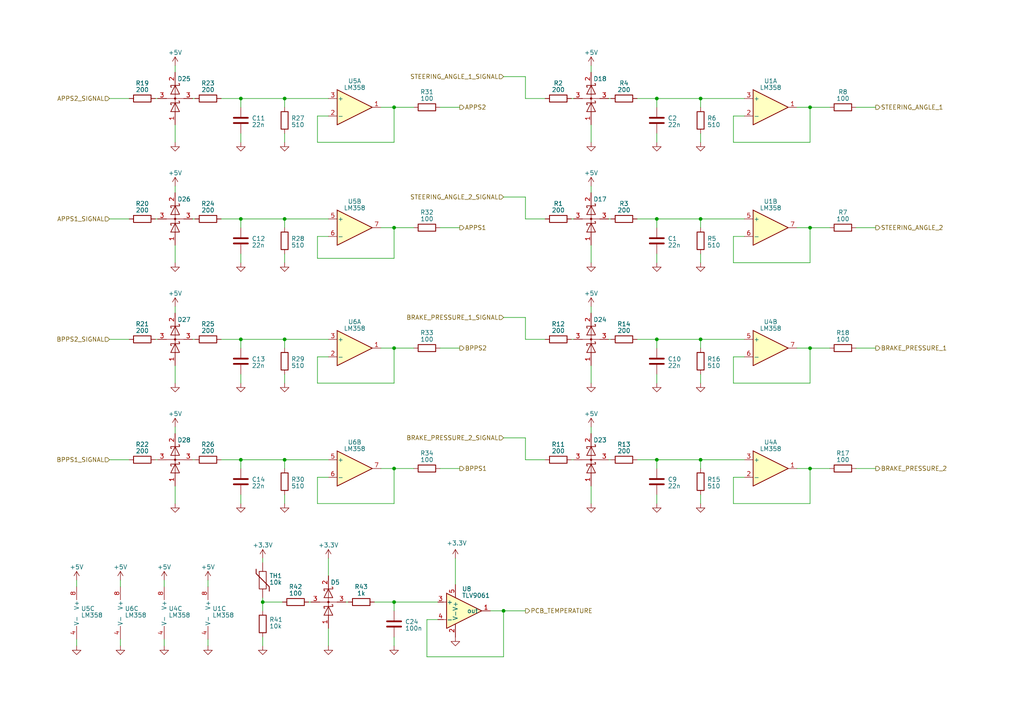
<source format=kicad_sch>
(kicad_sch (version 20230121) (generator eeschema)
  (paper "A4")
  (title_block (title "DRIVER CONTROL UNIT (DCU)") (rev "2.0") (company "KTH FORMULA STUDENT") (comment 1 "DeV17") (comment 2 "JOACHIM LARSSON") (comment 3 "JOACLA@KTH.SE"))
  (lib_symbols
    (symbol "Amplifier_Operational:LM358" (pin_names (offset 0.127))
      (property "Reference" "U" (at 0 5.08 0))
      (property "Value" "LM358" (at 0 -5.08 0))
      (symbol "LM358_1_1"
        (polyline (pts (xy -5.08 5.08) (xy 5.08 0) (xy -5.08 -5.08) (xy -5.08 5.08)) (stroke (width 0.254)) (fill (type background)))
        (pin output line (at 7.62 0 180) (length 2.54) (name "~") (number "1"))
        (pin input line (at -7.62 -2.54 0) (length 2.54) (name "-") (number "2"))
        (pin input line (at -7.62 2.54 0) (length 2.54) (name "+") (number "3"))
      )
      (symbol "LM358_2_1"
        (polyline (pts (xy -5.08 5.08) (xy 5.08 0) (xy -5.08 -5.08) (xy -5.08 5.08)) (stroke (width 0.254)) (fill (type background)))
        (pin input line (at -7.62 2.54 0) (length 2.54) (name "+") (number "5"))
        (pin input line (at -7.62 -2.54 0) (length 2.54) (name "-") (number "6"))
        (pin output line (at 7.62 0 180) (length 2.54) (name "~") (number "7"))
      )
      (symbol "LM358_3_1"
        (pin power_in line (at -2.54 -7.62 90) (length 3.81) (name "V-") (number "4"))
        (pin power_in line (at -2.54 7.62 270) (length 3.81) (name "V+") (number "8"))
      )
    )
    (symbol "Device:C" (pin_numbers hide) (pin_names (offset 0.254))
      (property "Reference" "C" (at 0.635 2.54 0))
      (property "Value" "C" (at 0.635 -2.54 0))
      (symbol "C_0_1"
        (polyline (pts (xy -2.032 -0.762) (xy 2.032 -0.762)) (stroke (width 0.508)))
        (polyline (pts (xy -2.032 0.762) (xy 2.032 0.762)) (stroke (width 0.508)))
      )
      (symbol "C_1_1"
        (pin passive line (at 0 3.81 270) (length 2.794) (name "~") (number "1"))
        (pin passive line (at 0 -3.81 90) (length 2.794) (name "~") (number "2"))
      )
    )
    (symbol "Device:R" (pin_numbers hide) (pin_names (offset 0))
      (property "Reference" "R" (at 2.032 0 90))
      (property "Value" "R" (at 0 0 90))
      (symbol "R_0_1"
        (rectangle (start -1.016 -2.54) (end 1.016 2.54) (stroke (width 0.254)))
      )
      (symbol "R_1_1"
        (pin passive line (at 0 3.81 270) (length 1.27) (name "~") (number "1"))
        (pin passive line (at 0 -3.81 90) (length 1.27) (name "~") (number "2"))
      )
    )
    (symbol "Device:Thermistor" (pin_numbers hide) (pin_names (offset 0))
      (property "Reference" "TH" (at 2.54 1.27 90))
      (property "Value" "Thermistor" (at -2.54 0 90))
      (symbol "Thermistor_0_1"
        (rectangle (start -1.016 2.54) (end 1.016 -2.54) (stroke (width 0.2032)))
        (polyline (pts (xy -1.905 3.175) (xy -1.905 1.905) (xy 1.905 -1.905) (xy 1.905 -3.175) (xy 1.905 -3.175)) (stroke (width 0.254)))
      )
      (symbol "Thermistor_1_1"
        (pin passive line (at 0 5.08 270) (length 2.54) (name "~") (number "1"))
        (pin passive line (at 0 -5.08 90) (length 2.54) (name "~") (number "2"))
      )
    )
    (symbol "KTHFS:D_Schottky_x2_Serial_AKC" (pin_names (offset 0.762) hide)
      (property "Reference" "D" (at 2.54 1.27 90))
      (property "Value" "D_Schottky_x2_Serial_AKC" (at -2.54 0 90))
      (symbol "D_Schottky_x2_Serial_AKC_0_1"
        (polyline (pts (xy 0 -3.81) (xy 0 3.81)))
        (polyline (pts (xy 0 0) (xy 2.54 0)))
        (polyline (pts (xy 0 6.35) (xy 0 7.62)))
        (polyline (pts (xy -1.27 3.81) (xy 1.27 3.81) (xy 1.27 3.81)) (stroke (width 0.2032)))
        (polyline (pts (xy 1.27 -1.27) (xy -1.27 -1.27) (xy -1.27 -1.27)) (stroke (width 0.2032)))
        (polyline (pts (xy -1.27 3.81) (xy -1.27 3.302) (xy -1.016 3.302) (xy -1.016 3.302)) (stroke (width 0.2032)))
        (polyline (pts (xy 1.27 -1.27) (xy 1.27 -0.762) (xy 1.016 -0.762) (xy 1.016 -0.762)) (stroke (width 0.2032)))
        (polyline (pts (xy 1.27 3.81) (xy 1.27 4.318) (xy 1.016 4.318) (xy 1.016 4.318)) (stroke (width 0.2032)))
        (polyline (pts (xy -1.016 -1.778) (xy -1.27 -1.778) (xy -1.27 -1.27) (xy -1.27 -1.27) (xy -1.27 -1.27)) (stroke (width 0.2032)))
        (polyline (pts (xy -1.27 -3.81) (xy 0 -1.27) (xy 1.27 -3.81) (xy -1.27 -3.81) (xy -1.27 -3.81) (xy -1.27 -3.81)) (stroke (width 0.2032)))
        (polyline (pts (xy -1.27 1.27) (xy 0 3.81) (xy 1.27 1.27) (xy -1.27 1.27) (xy -1.27 1.27) (xy -1.27 1.27)) (stroke (width 0.2032)))
        (circle (center 0 0) (radius 0.254) (fill (type outline)))
        (pin passive line (at 0 -7.62 90) (length 3.81) (name "A") (number "1"))
        (pin passive line (at 0 7.62 270) (length 3.81) (name "K") (number "2"))
        (pin passive line (at 5.08 0 180) (length 2.54) (name "common") (number "3"))
      )
      (symbol "D_Schottky_x2_Serial_AKC_1_1"
        (polyline (pts (xy 0 0) (xy -2.54 0)))
        (pin passive line (at -5.08 0 0) (length 2.54) (name "common") (number "3"))
      )
    )
    (symbol "KTHFS:TLV9061" (pin_names (offset 1.016))
      (property "Reference" "U" (at -3.556 -2.286 0))
      (property "Value" "TLV9061" (at -3.556 -4.064 0))
      (symbol "TLV9061_0_1"
        (polyline (pts (xy -13.716 -11.43) (xy -12.827 -11.43)))
        (polyline (pts (xy -13.716 -6.35) (xy -12.827 -6.35) (xy -12.7 -6.35)))
      )
      (symbol "TLV9061_1_1"
        (polyline (pts (xy -12.7 -3.81) (xy -2.54 -8.89) (xy -12.7 -13.97) (xy -12.7 -3.81)) (stroke (width 0.254)) (fill (type background)))
        (pin output line (at 0 -8.89 180) (length 2.54) (name "out") (number "1"))
        (pin power_in line (at -10.16 -16.51 90) (length 3.81) (name "V-") (number "2"))
        (pin input line (at -15.24 -6.35 0) (length 1.5494) (name "+") (number "3"))
        (pin input line (at -15.24 -11.43 0) (length 1.5494) (name "-") (number "4"))
        (pin power_in line (at -10.16 -1.27 270) (length 3.81) (name "V+") (number "5"))
      )
    )
    (symbol "power:+3.3V" (power) (pin_names (offset 0))
      (property "Value" "+3.3V" (at 0 3.556 0))
      (symbol "+3.3V_0_1"
        (polyline (pts (xy -0.762 1.27) (xy 0 2.54)))
        (polyline (pts (xy 0 0) (xy 0 2.54)))
        (polyline (pts (xy 0 2.54) (xy 0.762 1.27)))
      )
      (symbol "+3.3V_1_1"
        (pin power_in line (at 0 0 90) (length 0) hide (name "+3.3V") (number "1"))
      )
    )
    (symbol "power:+5V" (power) (pin_names (offset 0))
      (property "Value" "+5V" (at 0 3.556 0))
      (symbol "+5V_0_1"
        (polyline (pts (xy -0.762 1.27) (xy 0 2.54)))
        (polyline (pts (xy 0 0) (xy 0 2.54)))
        (polyline (pts (xy 0 2.54) (xy 0.762 1.27)))
      )
      (symbol "+5V_1_1"
        (pin power_in line (at 0 0 90) (length 0) hide (name "+5V") (number "1"))
      )
    )
    (symbol "power:GND" (power) (pin_names (offset 0))
      (property "Value" "GND" (at 0 -3.81 0))
      (symbol "GND_0_1"
        (polyline (pts (xy 0 0) (xy 0 -1.27) (xy 1.27 -1.27) (xy 0 -2.54) (xy -1.27 -1.27) (xy 0 -1.27)))
      )
      (symbol "GND_1_1"
        (pin power_in line (at 0 0 270) (length 0) hide (name "GND") (number "1"))
      )
    )
  )
  (junction (at 114.3 174.625))
  (junction (at 203.2 63.5))
  (junction (at 114.3 135.89))
  (junction (at 114.3 100.965))
  (junction (at 114.3 31.115))
  (junction (at 69.85 133.35))
  (junction (at 82.55 63.5))
  (junction (at 190.5 98.425))
  (junction (at 190.5 63.5))
  (junction (at 234.95 31.115))
  (junction (at 203.2 133.35))
  (junction (at 69.85 98.425))
  (junction (at 203.2 28.575))
  (junction (at 69.85 63.5))
  (junction (at 114.3 66.04))
  (junction (at 190.5 28.575))
  (junction (at 190.5 133.35))
  (junction (at 234.95 135.89))
  (junction (at 82.55 28.575))
  (junction (at 82.55 98.425))
  (junction (at 234.95 100.965))
  (junction (at 146.05 177.165))
  (junction (at 234.95 66.04))
  (junction (at 76.2 174.625))
  (junction (at 203.2 98.425))
  (junction (at 82.55 133.35))
  (junction (at 69.85 28.575))
  (wire (pts (xy 95.25 103.505) (xy 92.075 103.505)))
  (wire (pts (xy 37.465 28.575) (xy 31.75 28.575)))
  (wire (pts (xy 76.2 174.625) (xy 81.915 174.625)))
  (wire (pts (xy 190.5 38.735) (xy 190.5 41.275)))
  (wire (pts (xy 69.85 38.735) (xy 69.85 41.275)))
  (wire (pts (xy 146.05 57.15) (xy 152.4 57.15)))
  (wire (pts (xy 82.55 28.575) (xy 82.55 31.115)))
  (wire (pts (xy 114.3 74.93) (xy 114.3 66.04)))
  (wire (pts (xy 114.3 177.165) (xy 114.3 174.625)))
  (wire (pts (xy 171.45 71.12) (xy 171.45 76.2)))
  (wire (pts (xy 114.3 100.965) (xy 110.49 100.965)))
  (wire (pts (xy 215.9 98.425) (xy 203.2 98.425)))
  (wire (pts (xy 76.2 184.785) (xy 76.2 187.325)))
  (wire (pts (xy 152.4 22.225) (xy 146.05 22.225)))
  (wire (pts (xy 82.55 133.35) (xy 69.85 133.35)))
  (wire (pts (xy 92.075 111.125) (xy 114.3 111.125)))
  (wire (pts (xy 127.635 100.965) (xy 133.35 100.965)))
  (wire (pts (xy 215.9 68.58) (xy 212.725 68.58)))
  (wire (pts (xy 176.53 28.575) (xy 177.165 28.575)))
  (wire (pts (xy 127 179.705) (xy 123.825 179.705)))
  (wire (pts (xy 22.225 170.18) (xy 22.225 168.275)))
  (wire (pts (xy 146.05 92.075) (xy 152.4 92.075)))
  (wire (pts (xy 69.85 63.5) (xy 64.135 63.5)))
  (wire (pts (xy 95.25 98.425) (xy 82.55 98.425)))
  (wire (pts (xy 190.5 98.425) (xy 190.5 100.965)))
  (wire (pts (xy 234.95 146.05) (xy 234.95 135.89)))
  (wire (pts (xy 120.015 31.115) (xy 114.3 31.115)))
  (wire (pts (xy 92.075 74.93) (xy 114.3 74.93)))
  (wire (pts (xy 212.725 76.2) (xy 234.95 76.2)))
  (wire (pts (xy 114.3 100.965) (xy 120.015 100.965)))
  (wire (pts (xy 171.45 20.955) (xy 171.45 19.05)))
  (wire (pts (xy 215.9 133.35) (xy 203.2 133.35)))
  (wire (pts (xy 152.4 28.575) (xy 158.115 28.575)))
  (wire (pts (xy 171.45 36.195) (xy 171.45 41.275)))
  (wire (pts (xy 234.95 111.125) (xy 234.95 100.965)))
  (wire (pts (xy 190.5 133.35) (xy 184.785 133.35)))
  (wire (pts (xy 212.725 41.275) (xy 234.95 41.275)))
  (wire (pts (xy 82.55 63.5) (xy 82.55 66.04)))
  (wire (pts (xy 31.75 98.425) (xy 37.465 98.425)))
  (wire (pts (xy 215.9 103.505) (xy 212.725 103.505)))
  (wire (pts (xy 203.2 100.965) (xy 203.2 98.425)))
  (wire (pts (xy 133.35 31.115) (xy 127.635 31.115)))
  (wire (pts (xy 114.3 31.115) (xy 110.49 31.115)))
  (wire (pts (xy 50.8 111.125) (xy 50.8 106.045)))
  (wire (pts (xy 50.8 146.05) (xy 50.8 140.97)))
  (wire (pts (xy 55.88 28.575) (xy 56.515 28.575)))
  (wire (pts (xy 56.515 98.425) (xy 55.88 98.425)))
  (wire (pts (xy 100.965 174.625) (xy 100.33 174.625)))
  (wire (pts (xy 114.3 41.275) (xy 114.3 31.115)))
  (wire (pts (xy 76.2 173.355) (xy 76.2 174.625)))
  (wire (pts (xy 240.665 66.04) (xy 234.95 66.04)))
  (wire (pts (xy 133.35 66.04) (xy 127.635 66.04)))
  (wire (pts (xy 158.115 98.425) (xy 152.4 98.425)))
  (wire (pts (xy 177.165 133.35) (xy 176.53 133.35)))
  (wire (pts (xy 254 66.04) (xy 248.285 66.04)))
  (wire (pts (xy 132.08 161.925) (xy 132.08 169.545)))
  (wire (pts (xy 50.8 76.2) (xy 50.8 71.12)))
  (wire (pts (xy 212.725 33.655) (xy 212.725 41.275)))
  (wire (pts (xy 69.85 135.89) (xy 69.85 133.35)))
  (wire (pts (xy 82.55 41.275) (xy 82.55 38.735)))
  (wire (pts (xy 212.725 68.58) (xy 212.725 76.2)))
  (wire (pts (xy 203.2 108.585) (xy 203.2 111.125)))
  (wire (pts (xy 82.55 135.89) (xy 82.55 133.35)))
  (wire (pts (xy 69.85 28.575) (xy 82.55 28.575)))
  (wire (pts (xy 56.515 63.5) (xy 55.88 63.5)))
  (wire (pts (xy 176.53 98.425) (xy 177.165 98.425)))
  (wire (pts (xy 203.2 66.04) (xy 203.2 63.5)))
  (wire (pts (xy 95.25 68.58) (xy 92.075 68.58)))
  (wire (pts (xy 50.8 125.73) (xy 50.8 123.825)))
  (wire (pts (xy 215.9 138.43) (xy 212.725 138.43)))
  (wire (pts (xy 95.25 138.43) (xy 92.075 138.43)))
  (wire (pts (xy 190.5 63.5) (xy 190.5 66.04)))
  (wire (pts (xy 171.45 106.045) (xy 171.45 111.125)))
  (wire (pts (xy 171.45 90.805) (xy 171.45 88.9)))
  (wire (pts (xy 69.85 133.35) (xy 64.135 133.35)))
  (wire (pts (xy 45.72 28.575) (xy 45.085 28.575)))
  (wire (pts (xy 152.4 92.075) (xy 152.4 98.425)))
  (wire (pts (xy 152.4 127) (xy 146.05 127)))
  (wire (pts (xy 45.085 63.5) (xy 45.72 63.5)))
  (wire (pts (xy 234.95 100.965) (xy 231.14 100.965)))
  (wire (pts (xy 114.3 146.05) (xy 114.3 135.89)))
  (wire (pts (xy 190.5 28.575) (xy 190.5 31.115)))
  (wire (pts (xy 92.075 68.58) (xy 92.075 74.93)))
  (wire (pts (xy 92.075 103.505) (xy 92.075 111.125)))
  (wire (pts (xy 95.25 63.5) (xy 82.55 63.5)))
  (wire (pts (xy 203.2 73.66) (xy 203.2 76.2)))
  (wire (pts (xy 184.785 28.575) (xy 190.5 28.575)))
  (wire (pts (xy 95.25 33.655) (xy 92.075 33.655)))
  (wire (pts (xy 190.5 108.585) (xy 190.5 111.125)))
  (wire (pts (xy 176.53 63.5) (xy 177.165 63.5)))
  (wire (pts (xy 215.9 28.575) (xy 203.2 28.575)))
  (wire (pts (xy 152.4 57.15) (xy 152.4 63.5)))
  (wire (pts (xy 190.5 28.575) (xy 203.2 28.575)))
  (wire (pts (xy 114.3 187.325) (xy 114.3 184.785)))
  (wire (pts (xy 215.9 63.5) (xy 203.2 63.5)))
  (wire (pts (xy 171.45 123.825) (xy 171.45 125.73)))
  (wire (pts (xy 95.25 161.925) (xy 95.25 167.005)))
  (wire (pts (xy 114.3 111.125) (xy 114.3 100.965)))
  (wire (pts (xy 212.725 146.05) (xy 234.95 146.05)))
  (wire (pts (xy 203.2 63.5) (xy 190.5 63.5)))
  (wire (pts (xy 92.075 138.43) (xy 92.075 146.05)))
  (wire (pts (xy 171.45 55.88) (xy 171.45 53.975)))
  (wire (pts (xy 190.5 73.66) (xy 190.5 76.2)))
  (wire (pts (xy 190.5 146.05) (xy 190.5 143.51)))
  (wire (pts (xy 234.95 31.115) (xy 231.14 31.115)))
  (wire (pts (xy 203.2 133.35) (xy 190.5 133.35)))
  (wire (pts (xy 215.9 33.655) (xy 212.725 33.655)))
  (wire (pts (xy 114.3 135.89) (xy 110.49 135.89)))
  (wire (pts (xy 142.24 177.165) (xy 146.05 177.165)))
  (wire (pts (xy 127 174.625) (xy 114.3 174.625)))
  (wire (pts (xy 47.625 187.325) (xy 47.625 185.42)))
  (wire (pts (xy 69.85 100.965) (xy 69.85 98.425)))
  (wire (pts (xy 69.85 66.04) (xy 69.85 63.5)))
  (wire (pts (xy 76.2 174.625) (xy 76.2 177.165)))
  (wire (pts (xy 110.49 66.04) (xy 114.3 66.04)))
  (wire (pts (xy 152.4 63.5) (xy 158.115 63.5)))
  (wire (pts (xy 212.725 103.505) (xy 212.725 111.125)))
  (wire (pts (xy 69.85 98.425) (xy 82.55 98.425)))
  (wire (pts (xy 203.2 133.35) (xy 203.2 135.89)))
  (wire (pts (xy 123.825 179.705) (xy 123.825 190.5)))
  (wire (pts (xy 55.88 133.35) (xy 56.515 133.35)))
  (wire (pts (xy 166.37 98.425) (xy 165.735 98.425)))
  (wire (pts (xy 240.665 31.115) (xy 234.95 31.115)))
  (wire (pts (xy 120.015 135.89) (xy 114.3 135.89)))
  (wire (pts (xy 31.75 63.5) (xy 37.465 63.5)))
  (wire (pts (xy 190.5 133.35) (xy 190.5 135.89)))
  (wire (pts (xy 69.85 146.05) (xy 69.85 143.51)))
  (wire (pts (xy 82.55 108.585) (xy 82.55 111.125)))
  (wire (pts (xy 254 100.965) (xy 248.285 100.965)))
  (wire (pts (xy 158.115 133.35) (xy 152.4 133.35)))
  (wire (pts (xy 69.85 98.425) (xy 64.135 98.425)))
  (wire (pts (xy 152.4 177.165) (xy 146.05 177.165)))
  (wire (pts (xy 92.075 41.275) (xy 114.3 41.275)))
  (wire (pts (xy 82.55 133.35) (xy 95.25 133.35)))
  (wire (pts (xy 184.785 63.5) (xy 190.5 63.5)))
  (wire (pts (xy 22.225 187.325) (xy 22.225 185.42)))
  (wire (pts (xy 212.725 111.125) (xy 234.95 111.125)))
  (wire (pts (xy 234.95 76.2) (xy 234.95 66.04)))
  (wire (pts (xy 37.465 133.35) (xy 31.75 133.35)))
  (wire (pts (xy 133.35 135.89) (xy 127.635 135.89)))
  (wire (pts (xy 95.25 187.325) (xy 95.25 182.245)))
  (wire (pts (xy 203.2 146.05) (xy 203.2 143.51)))
  (wire (pts (xy 82.55 76.2) (xy 82.55 73.66)))
  (wire (pts (xy 82.55 146.05) (xy 82.55 143.51)))
  (wire (pts (xy 234.95 66.04) (xy 231.14 66.04)))
  (wire (pts (xy 50.8 90.805) (xy 50.8 88.9)))
  (wire (pts (xy 69.85 63.5) (xy 82.55 63.5)))
  (wire (pts (xy 92.075 33.655) (xy 92.075 41.275)))
  (wire (pts (xy 60.325 187.325) (xy 60.325 185.42)))
  (wire (pts (xy 69.85 76.2) (xy 69.85 73.66)))
  (wire (pts (xy 47.625 170.18) (xy 47.625 168.275)))
  (wire (pts (xy 90.17 174.625) (xy 89.535 174.625)))
  (wire (pts (xy 123.825 190.5) (xy 146.05 190.5)))
  (wire (pts (xy 76.2 163.195) (xy 76.2 161.925)))
  (wire (pts (xy 45.72 98.425) (xy 45.085 98.425)))
  (wire (pts (xy 184.785 98.425) (xy 190.5 98.425)))
  (wire (pts (xy 114.3 174.625) (xy 108.585 174.625)))
  (wire (pts (xy 95.25 28.575) (xy 82.55 28.575)))
  (wire (pts (xy 165.735 28.575) (xy 166.37 28.575)))
  (wire (pts (xy 166.37 133.35) (xy 165.735 133.35)))
  (wire (pts (xy 34.925 170.18) (xy 34.925 168.275)))
  (wire (pts (xy 69.85 31.115) (xy 69.85 28.575)))
  (wire (pts (xy 248.285 31.115) (xy 254 31.115)))
  (wire (pts (xy 165.735 63.5) (xy 166.37 63.5)))
  (wire (pts (xy 92.075 146.05) (xy 114.3 146.05)))
  (wire (pts (xy 60.325 170.18) (xy 60.325 168.275)))
  (wire (pts (xy 69.85 28.575) (xy 64.135 28.575)))
  (wire (pts (xy 203.2 28.575) (xy 203.2 31.115)))
  (wire (pts (xy 50.8 55.88) (xy 50.8 53.975)))
  (wire (pts (xy 234.95 41.275) (xy 234.95 31.115)))
  (wire (pts (xy 203.2 38.735) (xy 203.2 41.275)))
  (wire (pts (xy 114.3 66.04) (xy 120.015 66.04)))
  (wire (pts (xy 240.665 100.965) (xy 234.95 100.965)))
  (wire (pts (xy 234.95 135.89) (xy 240.665 135.89)))
  (wire (pts (xy 45.085 133.35) (xy 45.72 133.35)))
  (wire (pts (xy 34.925 185.42) (xy 34.925 187.325)))
  (wire (pts (xy 171.45 140.97) (xy 171.45 146.05)))
  (wire (pts (xy 248.285 135.89) (xy 254 135.89)))
  (wire (pts (xy 146.05 177.165) (xy 146.05 190.5)))
  (wire (pts (xy 212.725 138.43) (xy 212.725 146.05)))
  (wire (pts (xy 50.8 36.195) (xy 50.8 41.275)))
  (wire (pts (xy 152.4 28.575) (xy 152.4 22.225)))
  (wire (pts (xy 231.14 135.89) (xy 234.95 135.89)))
  (wire (pts (xy 82.55 98.425) (xy 82.55 100.965)))
  (wire (pts (xy 203.2 98.425) (xy 190.5 98.425)))
  (wire (pts (xy 152.4 133.35) (xy 152.4 127)))
  (wire (pts (xy 69.85 108.585) (xy 69.85 111.125)))
  (wire (pts (xy 50.8 20.955) (xy 50.8 19.05)))
  (hierarchical_label "BPPS2" (shape output) (at 133.35 100.965 0))
  (hierarchical_label "APPS1_SIGNAL" (shape input) (at 31.75 63.5 180))
  (hierarchical_label "BRAKE_PRESSURE_1" (shape output) (at 254 100.965 0))
  (hierarchical_label "PCB_TEMPERATURE" (shape output) (at 152.4 177.165 0))
  (hierarchical_label "BRAKE_PRESSURE_2_SIGNAL" (shape input) (at 146.05 127 180))
  (hierarchical_label "APPS1" (shape output) (at 133.35 66.04 0))
  (hierarchical_label "STEERING_ANGLE_1_SIGNAL" (shape input) (at 146.05 22.225 180))
  (hierarchical_label "APPS2_SIGNAL" (shape input) (at 31.75 28.575 180))
  (hierarchical_label "STEERING_ANGLE_2" (shape output) (at 254 66.04 0))
  (hierarchical_label "BRAKE_PRESSURE_2" (shape output) (at 254 135.89 0))
  (hierarchical_label "BPPS2_SIGNAL" (shape input) (at 31.75 98.425 180))
  (hierarchical_label "BRAKE_PRESSURE_1_SIGNAL" (shape input) (at 146.05 92.075 180))
  (hierarchical_label "STEERING_ANGLE_2_SIGNAL" (shape input) (at 146.05 57.15 180))
  (hierarchical_label "STEERING_ANGLE_1" (shape output) (at 254 31.115 0))
  (hierarchical_label "BPPS1" (shape output) (at 133.35 135.89 0))
  (hierarchical_label "APPS2" (shape output) (at 133.35 31.115 0))
  (hierarchical_label "BPPS1_SIGNAL" (shape input) (at 31.75 133.35 180))
  (symbol (lib_id "Device:R") (at 41.275 28.575 270) (unit 1)
    (property "Reference" "R19" (at 41.275 24.13 90))
    (property "Value" "200" (at 41.275 26.035 90))
    (property "Footprint" "Resistor_SMD:R_0603_1608Metric" (effects hide))
  )
  (symbol (lib_id "power:GND") (at 50.8 41.275 0) (unit 1)
    (property "Reference" "#PWR060" (effects hide))
    (property "Value" "GND" (effects hide))
  )
  (symbol (lib_id "power:+5V") (at 50.8 19.05 0) (unit 1)
    (property "Reference" "#PWR059" (effects hide))
    (property "Value" "+5V" (at 50.8 15.24 0))
  )
  (symbol (lib_id "Device:R") (at 60.325 28.575 270) (unit 1)
    (property "Reference" "R23" (at 60.325 24.13 90))
    (property "Value" "200" (at 60.325 26.035 90))
    (property "Footprint" "Resistor_SMD:R_0603_1608Metric" (effects hide))
  )
  (symbol (lib_id "Device:C") (at 69.85 34.925 0) (unit 1)
    (property "Reference" "C11" (at 73.025 34.29 0) (effects (justify left)))
    (property "Value" "22n" (at 73.025 36.195 0) (effects (justify left)))
    (property "Footprint" "Capacitor_SMD:C_0603_1608Metric" (effects hide))
  )
  (symbol (lib_id "Device:R") (at 82.55 34.925 0) (unit 1)
    (property "Reference" "R27" (at 84.455 34.29 0) (effects (justify left)))
    (property "Value" "510" (at 84.455 36.195 0) (effects (justify left)))
    (property "Footprint" "Resistor_SMD:R_0603_1608Metric" (effects hide))
  )
  (symbol (lib_id "Amplifier_Operational:LM358") (at 102.87 31.115 0) (unit 1)
    (property "Reference" "U5" (at 102.87 23.495 0))
    (property "Value" "LM358" (at 102.87 25.4 0))
    (property "Footprint" "Package_SO:SOIC-8_3.9x4.9mm_P1.27mm" (effects hide))
    (property "Datasheet" "http://www.ti.com/lit/ds/symlink/lm2904-n.pdf" (effects hide))
  )
  (symbol (lib_id "Amplifier_Operational:LM358") (at 102.87 66.04 0) (unit 2)
    (property "Reference" "U5" (at 102.87 58.42 0))
    (property "Value" "LM358" (at 102.87 60.325 0))
    (property "Footprint" "Package_SO:SOIC-8_3.9x4.9mm_P1.27mm" (effects hide))
    (property "Datasheet" "http://www.ti.com/lit/ds/symlink/lm2904-n.pdf" (effects hide))
  )
  (symbol (lib_id "Device:R") (at 41.275 63.5 270) (unit 1)
    (property "Reference" "R20" (at 41.275 59.055 90))
    (property "Value" "200" (at 41.275 60.96 90))
    (property "Footprint" "Resistor_SMD:R_0603_1608Metric" (effects hide))
  )
  (symbol (lib_id "power:GND") (at 69.85 76.2 0) (unit 1)
    (property "Reference" "#PWR062" (effects hide))
    (property "Value" "GND" (effects hide))
  )
  (symbol (lib_id "power:+5V") (at 50.8 53.975 0) (unit 1)
    (property "Reference" "#PWR061" (effects hide))
    (property "Value" "+5V" (at 50.8 50.165 0))
  )
  (symbol (lib_id "Device:R") (at 60.325 63.5 270) (unit 1)
    (property "Reference" "R24" (at 60.325 59.055 90))
    (property "Value" "200" (at 60.325 60.96 90))
    (property "Footprint" "Resistor_SMD:R_0603_1608Metric" (effects hide))
  )
  (symbol (lib_id "Device:C") (at 69.85 69.85 0) (unit 1)
    (property "Reference" "C12" (at 73.025 69.215 0) (effects (justify left)))
    (property "Value" "22n" (at 73.025 71.12 0) (effects (justify left)))
    (property "Footprint" "Capacitor_SMD:C_0603_1608Metric" (effects hide))
  )
  (symbol (lib_id "Device:R") (at 82.55 69.85 0) (unit 1)
    (property "Reference" "R28" (at 84.455 69.215 0) (effects (justify left)))
    (property "Value" "510" (at 84.455 71.12 0) (effects (justify left)))
    (property "Footprint" "Resistor_SMD:R_0603_1608Metric" (effects hide))
  )
  (symbol (lib_id "Device:R") (at 123.825 31.115 270) (unit 1)
    (property "Reference" "R31" (at 123.825 26.67 90))
    (property "Value" "100" (at 123.825 28.575 90))
    (property "Footprint" "Resistor_SMD:R_0603_1608Metric" (effects hide))
  )
  (symbol (lib_id "Device:R") (at 123.825 66.04 270) (unit 1)
    (property "Reference" "R32" (at 123.825 61.595 90))
    (property "Value" "100" (at 123.825 63.5 90))
    (property "Footprint" "Resistor_SMD:R_0603_1608Metric" (effects hide))
  )
  (symbol (lib_id "Device:R") (at 41.275 98.425 270) (unit 1)
    (property "Reference" "R21" (at 41.275 93.98 90))
    (property "Value" "200" (at 41.275 95.885 90))
    (property "Footprint" "Resistor_SMD:R_0603_1608Metric" (effects hide))
  )
  (symbol (lib_id "power:GND") (at 50.8 111.125 0) (unit 1)
    (property "Reference" "#PWR064" (effects hide))
    (property "Value" "GND" (effects hide))
  )
  (symbol (lib_id "power:+5V") (at 50.8 88.9 0) (unit 1)
    (property "Reference" "#PWR063" (effects hide))
    (property "Value" "+5V" (at 50.8 85.09 0))
  )
  (symbol (lib_id "Device:R") (at 60.325 98.425 270) (unit 1)
    (property "Reference" "R25" (at 60.325 93.98 90))
    (property "Value" "200" (at 60.325 95.885 90))
    (property "Footprint" "Resistor_SMD:R_0603_1608Metric" (effects hide))
  )
  (symbol (lib_id "Device:C") (at 69.85 104.775 0) (unit 1)
    (property "Reference" "C13" (at 73.025 104.14 0) (effects (justify left)))
    (property "Value" "22n" (at 73.025 106.045 0) (effects (justify left)))
    (property "Footprint" "Capacitor_SMD:C_0603_1608Metric" (effects hide))
  )
  (symbol (lib_id "Device:R") (at 82.55 104.775 0) (unit 1)
    (property "Reference" "R29" (at 84.455 104.14 0) (effects (justify left)))
    (property "Value" "510" (at 84.455 106.045 0) (effects (justify left)))
    (property "Footprint" "Resistor_SMD:R_0603_1608Metric" (effects hide))
  )
  (symbol (lib_id "Amplifier_Operational:LM358") (at 102.87 100.965 0) (unit 1)
    (property "Reference" "U6" (at 102.87 93.345 0))
    (property "Value" "LM358" (at 102.87 95.25 0))
    (property "Footprint" "Package_SO:SOIC-8_3.9x4.9mm_P1.27mm" (effects hide))
    (property "Datasheet" "http://www.ti.com/lit/ds/symlink/lm2904-n.pdf" (effects hide))
  )
  (symbol (lib_id "Amplifier_Operational:LM358") (at 102.87 135.89 0) (unit 2)
    (property "Reference" "U6" (at 102.87 128.27 0))
    (property "Value" "LM358" (at 102.87 130.175 0))
    (property "Footprint" "Package_SO:SOIC-8_3.9x4.9mm_P1.27mm" (effects hide))
    (property "Datasheet" "http://www.ti.com/lit/ds/symlink/lm2904-n.pdf" (effects hide))
  )
  (symbol (lib_id "Amplifier_Operational:LM358") (at 24.765 177.8 0) (unit 3)
    (property "Reference" "U5" (at 23.495 176.53 0) (effects (justify left)))
    (property "Value" "LM358" (at 23.495 178.435 0) (effects (justify left)))
    (property "Footprint" "Package_SO:SOIC-8_3.9x4.9mm_P1.27mm" (effects hide))
    (property "Datasheet" "http://www.ti.com/lit/ds/symlink/lm2904-n.pdf" (effects hide))
  )
  (symbol (lib_id "Device:R") (at 41.275 133.35 270) (unit 1)
    (property "Reference" "R22" (at 41.275 128.905 90))
    (property "Value" "200" (at 41.275 130.81 90))
    (property "Footprint" "Resistor_SMD:R_0603_1608Metric" (effects hide))
  )
  (symbol (lib_id "power:GND") (at 50.8 146.05 0) (unit 1)
    (property "Reference" "#PWR066" (effects hide))
    (property "Value" "GND" (effects hide))
  )
  (symbol (lib_id "power:+5V") (at 50.8 123.825 0) (unit 1)
    (property "Reference" "#PWR065" (effects hide))
    (property "Value" "+5V" (at 50.8 120.015 0))
  )
  (symbol (lib_id "Device:R") (at 60.325 133.35 270) (unit 1)
    (property "Reference" "R26" (at 60.325 128.905 90))
    (property "Value" "200" (at 60.325 130.81 90))
    (property "Footprint" "Resistor_SMD:R_0603_1608Metric" (effects hide))
  )
  (symbol (lib_id "Device:C") (at 69.85 139.7 0) (unit 1)
    (property "Reference" "C14" (at 73.025 139.065 0) (effects (justify left)))
    (property "Value" "22n" (at 73.025 140.97 0) (effects (justify left)))
    (property "Footprint" "Capacitor_SMD:C_0603_1608Metric" (effects hide))
  )
  (symbol (lib_id "Device:R") (at 82.55 139.7 0) (unit 1)
    (property "Reference" "R30" (at 84.455 139.065 0) (effects (justify left)))
    (property "Value" "510" (at 84.455 140.97 0) (effects (justify left)))
    (property "Footprint" "Resistor_SMD:R_0603_1608Metric" (effects hide))
  )
  (symbol (lib_id "Device:R") (at 123.825 100.965 270) (unit 1)
    (property "Reference" "R33" (at 123.825 96.52 90))
    (property "Value" "100" (at 123.825 98.425 90))
    (property "Footprint" "Resistor_SMD:R_0603_1608Metric" (effects hide))
  )
  (symbol (lib_id "Device:R") (at 123.825 135.89 270) (unit 1)
    (property "Reference" "R34" (at 123.825 131.445 90))
    (property "Value" "100" (at 123.825 133.35 90))
    (property "Footprint" "Resistor_SMD:R_0603_1608Metric" (effects hide))
  )
  (symbol (lib_id "Amplifier_Operational:LM358") (at 37.465 177.8 0) (unit 3)
    (property "Reference" "U6" (at 36.195 176.53 0) (effects (justify left)))
    (property "Value" "LM358" (at 36.195 178.435 0) (effects (justify left)))
    (property "Footprint" "Package_SO:SOIC-8_3.9x4.9mm_P1.27mm" (effects hide))
    (property "Datasheet" "http://www.ti.com/lit/ds/symlink/lm2904-n.pdf" (effects hide))
  )
  (symbol (lib_id "power:+5V") (at 22.225 168.275 0) (unit 1)
    (property "Reference" "#PWR071" (effects hide))
    (property "Value" "+5V" (at 22.225 164.465 0))
  )
  (symbol (lib_id "power:+5V") (at 34.925 168.275 0) (unit 1)
    (property "Reference" "#PWR073" (effects hide))
    (property "Value" "+5V" (at 34.925 164.465 0))
  )
  (symbol (lib_id "power:GND") (at 22.225 187.325 0) (unit 1)
    (property "Reference" "#PWR072" (effects hide))
    (property "Value" "GND" (effects hide))
  )
  (symbol (lib_id "power:GND") (at 34.925 187.325 0) (unit 1)
    (property "Reference" "#PWR074" (effects hide))
    (property "Value" "GND" (effects hide))
  )
  (symbol (lib_id "KTHFS:D_Schottky_x2_Serial_AKC") (at 50.8 28.575 0) (unit 1)
    (property "Reference" "D25" (at 51.435 22.86 0) (effects (justify left)))
    (property "Value" "D_Schottky_x2_Serial_AKC" (effects hide))
    (property "Footprint" "Package_TO_SOT_SMD:SOT-23" (effects hide))
  )
  (symbol (lib_id "KTHFS:D_Schottky_x2_Serial_AKC") (at 50.8 63.5 0) (unit 1)
    (property "Reference" "D26" (at 51.435 57.785 0) (effects (justify left)))
    (property "Value" "D_Schottky_x2_Serial_AKC" (effects hide))
    (property "Footprint" "Package_TO_SOT_SMD:SOT-23" (effects hide))
  )
  (symbol (lib_id "KTHFS:D_Schottky_x2_Serial_AKC") (at 50.8 98.425 0) (unit 1)
    (property "Reference" "D27" (at 51.435 92.71 0) (effects (justify left)))
    (property "Value" "D_Schottky_x2_Serial_AKC" (effects hide))
    (property "Footprint" "Package_TO_SOT_SMD:SOT-23" (effects hide))
  )
  (symbol (lib_id "KTHFS:D_Schottky_x2_Serial_AKC") (at 50.8 133.35 0) (unit 1)
    (property "Reference" "D28" (at 51.435 127.635 0) (effects (justify left)))
    (property "Value" "D_Schottky_x2_Serial_AKC" (effects hide))
    (property "Footprint" "Package_TO_SOT_SMD:SOT-23" (effects hide))
  )
  (symbol (lib_id "power:GND") (at 69.85 41.275 0) (unit 1)
    (property "Reference" "#PWR0141" (effects hide))
    (property "Value" "GND" (effects hide))
  )
  (symbol (lib_id "power:GND") (at 82.55 41.275 0) (unit 1)
    (property "Reference" "#PWR0140" (effects hide))
    (property "Value" "GND" (effects hide))
  )
  (symbol (lib_id "power:GND") (at 50.8 76.2 0) (unit 1)
    (property "Reference" "#PWR0109" (effects hide))
    (property "Value" "GND" (effects hide))
  )
  (symbol (lib_id "power:GND") (at 82.55 76.2 0) (unit 1)
    (property "Reference" "#PWR0110" (effects hide))
    (property "Value" "GND" (effects hide))
  )
  (symbol (lib_id "power:GND") (at 69.85 111.125 0) (unit 1)
    (property "Reference" "#PWR0138" (effects hide))
    (property "Value" "GND" (effects hide))
  )
  (symbol (lib_id "power:GND") (at 82.55 111.125 0) (unit 1)
    (property "Reference" "#PWR0137" (effects hide))
    (property "Value" "GND" (effects hide))
  )
  (symbol (lib_id "power:GND") (at 69.85 146.05 0) (unit 1)
    (property "Reference" "#PWR0111" (effects hide))
    (property "Value" "GND" (effects hide))
  )
  (symbol (lib_id "power:GND") (at 82.55 146.05 0) (unit 1)
    (property "Reference" "#PWR0112" (effects hide))
    (property "Value" "GND" (effects hide))
  )
  (symbol (lib_id "Amplifier_Operational:LM358") (at 223.52 66.04 0) (unit 2)
    (property "Reference" "U1" (at 223.52 58.42 0))
    (property "Value" "LM358" (at 223.52 60.325 0))
    (property "Footprint" "Package_SO:SOIC-8_3.9x4.9mm_P1.27mm" (effects hide))
    (property "Datasheet" "http://www.ti.com/lit/ds/symlink/lm2904-n.pdf" (effects hide))
  )
  (symbol (lib_id "KTHFS:D_Schottky_x2_Serial_AKC") (at 171.45 63.5 0) (unit 1)
    (property "Reference" "D17" (at 172.085 57.785 0) (effects (justify left)))
    (property "Value" "D_Schottky_x2_Serial_AKC" (effects hide))
    (property "Footprint" "Package_TO_SOT_SMD:SOT-23" (effects hide))
  )
  (symbol (lib_id "KTHFS:D_Schottky_x2_Serial_AKC") (at 171.45 28.575 0) (unit 1)
    (property "Reference" "D18" (at 172.085 22.86 0) (effects (justify left)))
    (property "Value" "D_Schottky_x2_Serial_AKC" (effects hide))
    (property "Footprint" "Package_TO_SOT_SMD:SOT-23" (effects hide))
  )
  (symbol (lib_id "Device:C") (at 190.5 69.85 0) (unit 1)
    (property "Reference" "C?" (at 193.675 69.215 0) (effects (justify left)))
    (property "Value" "22n" (at 193.675 71.12 0) (effects (justify left)))
    (property "Footprint" "Capacitor_SMD:C_0603_1608Metric" (effects hide))
    (instances (project "DCU" (path "" (reference "C1") (unit 1))))
  )
  (symbol (lib_id "power:+5V") (at 47.625 168.275 0) (unit 1)
    (property "Reference" "#PWR?" (effects hide))
    (property "Value" "+5V" (at 47.625 164.465 0))
    (instances (project "DCU" (path "" (reference "#PWR0116") (unit 1))))
  )
  (symbol (lib_id "Device:R") (at 244.475 66.04 270) (unit 1)
    (property "Reference" "R?" (at 244.475 61.595 90))
    (property "Value" "100" (at 244.475 63.5 90))
    (property "Footprint" "Resistor_SMD:R_0603_1608Metric" (effects hide))
    (instances (project "DCU" (path "" (reference "R7") (unit 1))))
  )
  (symbol (lib_id "Amplifier_Operational:LM358") (at 223.52 31.115 0) (unit 1)
    (property "Reference" "U?" (at 223.52 23.495 0))
    (property "Value" "LM358" (at 223.52 25.4 0))
    (property "Footprint" "Package_SO:SOIC-8_3.9x4.9mm_P1.27mm" (effects hide))
    (property "Datasheet" "http://www.ti.com/lit/ds/symlink/lm2904-n.pdf" (effects hide))
    (instances (project "DCU" (path "" (reference "U1") (unit 1))))
  )
  (symbol (lib_id "Device:R") (at 203.2 69.85 0) (unit 1)
    (property "Reference" "R?" (at 205.105 69.215 0) (effects (justify left)))
    (property "Value" "510" (at 205.105 71.12 0) (effects (justify left)))
    (property "Footprint" "Resistor_SMD:R_0603_1608Metric" (effects hide))
    (instances (project "DCU" (path "" (reference "R5") (unit 1))))
  )
  (symbol (lib_id "Device:R") (at 180.975 63.5 270) (unit 1)
    (property "Reference" "R?" (at 180.975 59.055 90))
    (property "Value" "200" (at 180.975 60.96 90))
    (property "Footprint" "Resistor_SMD:R_0603_1608Metric" (effects hide))
    (instances (project "DCU" (path "" (reference "R3") (unit 1))))
  )
  (symbol (lib_id "Device:R") (at 161.925 63.5 270) (unit 1)
    (property "Reference" "R?" (at 161.925 59.055 90))
    (property "Value" "200" (at 161.925 60.96 90))
    (property "Footprint" "Resistor_SMD:R_0603_1608Metric" (effects hide))
    (instances (project "DCU" (path "" (reference "R1") (unit 1))))
  )
  (symbol (lib_id "Amplifier_Operational:LM358") (at 50.165 177.8 0) (unit 3)
    (property "Reference" "U?" (at 48.895 176.53 0) (effects (justify left)))
    (property "Value" "LM358" (at 48.895 178.435 0) (effects (justify left)))
    (property "Footprint" "Package_SO:SOIC-8_3.9x4.9mm_P1.27mm" (effects hide))
    (property "Datasheet" "http://www.ti.com/lit/ds/symlink/lm2904-n.pdf" (effects hide))
    (instances (project "DCU" (path "" (reference "U4") (unit 3))))
  )
  (symbol (lib_id "Device:C") (at 190.5 34.925 0) (unit 1)
    (property "Reference" "C?" (at 193.675 34.29 0) (effects (justify left)))
    (property "Value" "22n" (at 193.675 36.195 0) (effects (justify left)))
    (property "Footprint" "Capacitor_SMD:C_0603_1608Metric" (effects hide))
    (instances (project "DCU" (path "" (reference "C2") (unit 1))))
  )
  (symbol (lib_id "Device:R") (at 244.475 31.115 270) (unit 1)
    (property "Reference" "R?" (at 244.475 26.67 90))
    (property "Value" "100" (at 244.475 28.575 90))
    (property "Footprint" "Resistor_SMD:R_0603_1608Metric" (effects hide))
    (instances (project "DCU" (path "" (reference "R8") (unit 1))))
  )
  (symbol (lib_id "Device:R") (at 203.2 34.925 0) (unit 1)
    (property "Reference" "R?" (at 205.105 34.29 0) (effects (justify left)))
    (property "Value" "510" (at 205.105 36.195 0) (effects (justify left)))
    (property "Footprint" "Resistor_SMD:R_0603_1608Metric" (effects hide))
    (instances (project "DCU" (path "" (reference "R6") (unit 1))))
  )
  (symbol (lib_id "Device:R") (at 180.975 28.575 270) (unit 1)
    (property "Reference" "R?" (at 180.975 24.13 90))
    (property "Value" "200" (at 180.975 26.035 90))
    (property "Footprint" "Resistor_SMD:R_0603_1608Metric" (effects hide))
    (instances (project "DCU" (path "" (reference "R4") (unit 1))))
  )
  (symbol (lib_id "Device:R") (at 161.925 28.575 270) (unit 1)
    (property "Reference" "R?" (at 161.925 24.13 90))
    (property "Value" "200" (at 161.925 26.035 90))
    (property "Footprint" "Resistor_SMD:R_0603_1608Metric" (effects hide))
    (instances (project "DCU" (path "" (reference "R2") (unit 1))))
  )
  (symbol (lib_id "power:GND") (at 171.45 76.2 0) (unit 1)
    (property "Reference" "#PWR0113" (effects hide))
    (property "Value" "GND" (effects hide))
  )
  (symbol (lib_id "power:GND") (at 190.5 76.2 0) (unit 1)
    (property "Reference" "#PWR0114" (effects hide))
    (property "Value" "GND" (effects hide))
  )
  (symbol (lib_id "power:GND") (at 203.2 76.2 0) (unit 1)
    (property "Reference" "#PWR0115" (effects hide))
    (property "Value" "GND" (effects hide))
  )
  (symbol (lib_id "power:+5V") (at 171.45 53.975 0) (unit 1)
    (property "Reference" "#PWR0142" (effects hide))
    (property "Value" "+5V" (at 171.45 50.165 0))
  )
  (symbol (lib_id "power:GND") (at 47.625 187.325 0) (unit 1)
    (property "Reference" "#PWR0117" (effects hide))
    (property "Value" "GND" (effects hide))
  )
  (symbol (lib_id "power:GND") (at 190.5 41.275 0) (unit 1)
    (property "Reference" "#PWR0118" (effects hide))
    (property "Value" "GND" (effects hide))
  )
  (symbol (lib_id "power:GND") (at 203.2 41.275 0) (unit 1)
    (property "Reference" "#PWR0119" (effects hide))
    (property "Value" "GND" (effects hide))
  )
  (symbol (lib_id "power:GND") (at 171.45 41.275 0) (unit 1)
    (property "Reference" "#PWR0120" (effects hide))
    (property "Value" "GND" (effects hide))
  )
  (symbol (lib_id "power:+5V") (at 171.45 19.05 0) (unit 1)
    (property "Reference" "#PWR0121" (effects hide))
    (property "Value" "+5V" (at 171.45 15.24 0))
  )
  (symbol (lib_id "Device:R") (at 180.975 98.425 270) (unit 1)
    (property "Reference" "R?" (at 180.975 93.98 90))
    (property "Value" "200" (at 180.975 95.885 90))
    (property "Footprint" "Resistor_SMD:R_0603_1608Metric" (effects hide))
    (instances (project "DCU" (path "" (reference "R14") (unit 1))))
  )
  (symbol (lib_id "Device:R") (at 203.2 104.775 0) (unit 1)
    (property "Reference" "R?" (at 205.105 104.14 0) (effects (justify left)))
    (property "Value" "510" (at 205.105 106.045 0) (effects (justify left)))
    (property "Footprint" "Resistor_SMD:R_0603_1608Metric" (effects hide))
    (instances (project "DCU" (path "" (reference "R16") (unit 1))))
  )
  (symbol (lib_id "Device:R") (at 244.475 100.965 270) (unit 1)
    (property "Reference" "R?" (at 244.475 96.52 90))
    (property "Value" "100" (at 244.475 98.425 90))
    (property "Footprint" "Resistor_SMD:R_0603_1608Metric" (effects hide))
    (instances (project "DCU" (path "" (reference "R18") (unit 1))))
  )
  (symbol (lib_id "Device:C") (at 190.5 104.775 0) (unit 1)
    (property "Reference" "C?" (at 193.675 104.14 0) (effects (justify left)))
    (property "Value" "22n" (at 193.675 106.045 0) (effects (justify left)))
    (property "Footprint" "Capacitor_SMD:C_0603_1608Metric" (effects hide))
    (instances (project "DCU" (path "" (reference "C10") (unit 1))))
  )
  (symbol (lib_id "Amplifier_Operational:LM358") (at 62.865 177.8 0) (unit 3)
    (property "Reference" "U?" (at 61.595 176.53 0) (effects (justify left)))
    (property "Value" "LM358" (at 61.595 178.435 0) (effects (justify left)))
    (property "Footprint" "Package_SO:SOIC-8_3.9x4.9mm_P1.27mm" (effects hide))
    (property "Datasheet" "http://www.ti.com/lit/ds/symlink/lm2904-n.pdf" (effects hide))
    (instances (project "DCU" (path "" (reference "U1") (unit 3))))
  )
  (symbol (lib_id "power:+5V") (at 60.325 168.275 0) (unit 1)
    (property "Reference" "#PWR?" (effects hide))
    (property "Value" "+5V" (at 60.325 164.465 0))
    (instances (project "DCU" (path "" (reference "#PWR0122") (unit 1))))
  )
  (symbol (lib_id "power:GND") (at 60.325 187.325 0) (unit 1)
    (property "Reference" "#PWR?" (effects hide))
    (property "Value" "GND" (effects hide))
    (instances (project "DCU" (path "" (reference "#PWR0123") (unit 1))))
  )
  (symbol (lib_id "Amplifier_Operational:LM358") (at 223.52 100.965 0) (unit 2)
    (property "Reference" "U4" (at 223.52 93.345 0))
    (property "Value" "LM358" (at 223.52 95.25 0))
    (property "Footprint" "Package_SO:SOIC-8_3.9x4.9mm_P1.27mm" (effects hide))
    (property "Datasheet" "http://www.ti.com/lit/ds/symlink/lm2904-n.pdf" (effects hide))
  )
  (symbol (lib_id "Device:R") (at 161.925 98.425 270) (unit 1)
    (property "Reference" "R?" (at 161.925 93.98 90))
    (property "Value" "200" (at 161.925 95.885 90))
    (property "Footprint" "Resistor_SMD:R_0603_1608Metric" (effects hide))
    (instances (project "DCU" (path "" (reference "R12") (unit 1))))
  )
  (symbol (lib_id "KTHFS:D_Schottky_x2_Serial_AKC") (at 171.45 98.425 0) (unit 1)
    (property "Reference" "D24" (at 172.085 92.71 0) (effects (justify left)))
    (property "Value" "D_Schottky_x2_Serial_AKC" (effects hide))
    (property "Footprint" "Package_TO_SOT_SMD:SOT-23" (effects hide))
  )
  (symbol (lib_id "KTHFS:D_Schottky_x2_Serial_AKC") (at 171.45 133.35 0) (unit 1)
    (property "Reference" "D23" (at 172.085 127.635 0) (effects (justify left)))
    (property "Value" "D_Schottky_x2_Serial_AKC" (effects hide))
    (property "Footprint" "Package_TO_SOT_SMD:SOT-23" (effects hide))
  )
  (symbol (lib_id "Device:C") (at 190.5 139.7 0) (unit 1)
    (property "Reference" "C?" (at 193.675 139.065 0) (effects (justify left)))
    (property "Value" "22n" (at 193.675 140.97 0) (effects (justify left)))
    (property "Footprint" "Capacitor_SMD:C_0603_1608Metric" (effects hide))
    (instances (project "DCU" (path "" (reference "C9") (unit 1))))
  )
  (symbol (lib_id "Device:R") (at 244.475 135.89 270) (unit 1)
    (property "Reference" "R?" (at 244.475 131.445 90))
    (property "Value" "100" (at 244.475 133.35 90))
    (property "Footprint" "Resistor_SMD:R_0603_1608Metric" (effects hide))
    (instances (project "DCU" (path "" (reference "R17") (unit 1))))
  )
  (symbol (lib_id "Amplifier_Operational:LM358") (at 223.52 135.89 0) (unit 1)
    (property "Reference" "U?" (at 223.52 128.27 0))
    (property "Value" "LM358" (at 223.52 130.175 0))
    (property "Footprint" "Package_SO:SOIC-8_3.9x4.9mm_P1.27mm" (effects hide))
    (property "Datasheet" "http://www.ti.com/lit/ds/symlink/lm2904-n.pdf" (effects hide))
    (instances (project "DCU" (path "" (reference "U4") (unit 1))))
  )
  (symbol (lib_id "Device:R") (at 203.2 139.7 0) (unit 1)
    (property "Reference" "R?" (at 205.105 139.065 0) (effects (justify left)))
    (property "Value" "510" (at 205.105 140.97 0) (effects (justify left)))
    (property "Footprint" "Resistor_SMD:R_0603_1608Metric" (effects hide))
    (instances (project "DCU" (path "" (reference "R15") (unit 1))))
  )
  (symbol (lib_id "Device:R") (at 180.975 133.35 270) (unit 1)
    (property "Reference" "R?" (at 180.975 128.905 90))
    (property "Value" "200" (at 180.975 130.81 90))
    (property "Footprint" "Resistor_SMD:R_0603_1608Metric" (effects hide))
    (instances (project "DCU" (path "" (reference "R13") (unit 1))))
  )
  (symbol (lib_id "power:+5V") (at 171.45 123.825 0) (unit 1)
    (property "Reference" "#PWR?" (effects hide))
    (property "Value" "+5V" (at 171.45 120.015 0))
    (instances (project "DCU" (path "" (reference "#PWR0143") (unit 1))))
  )
  (symbol (lib_id "Device:R") (at 161.925 133.35 270) (unit 1)
    (property "Reference" "R?" (at 161.925 128.905 90))
    (property "Value" "200" (at 161.925 130.81 90))
    (property "Footprint" "Resistor_SMD:R_0603_1608Metric" (effects hide))
    (instances (project "DCU" (path "" (reference "R11") (unit 1))))
  )
  (symbol (lib_id "Device:Thermistor") (at 76.2 168.275 0) (unit 1)
    (property "Reference" "TH1" (at 78.105 167.005 0) (effects (justify left)))
    (property "Value" "10k" (at 78.105 168.91 0) (effects (justify left)))
    (property "Footprint" "Resistor_SMD:R_0805_2012Metric" (effects hide))
  )
  (symbol (lib_id "power:+3.3V") (at 76.2 161.925 0) (unit 1)
    (property "Reference" "#PWR?" (effects hide))
    (property "Value" "+3.3V" (at 76.2 158.115 0))
    (instances (project "DCU" (path "" (reference "#PWR?") (unit 1)) (path "" (reference "#PWR0124") (unit 1))))
  )
  (symbol (lib_id "Device:R") (at 76.2 180.975 180) (unit 1)
    (property "Reference" "R?" (at 78.105 179.705 0) (effects (justify right)))
    (property "Value" "10k" (at 78.105 181.61 0) (effects (justify right)))
    (property "Footprint" "Resistor_SMD:R_0603_1608Metric" (effects hide))
    (instances (project "DCU" (path "" (reference "R41") (unit 1))))
  )
  (symbol (lib_id "KTHFS:TLV9061") (at 142.24 168.275 0) (unit 1)
    (property "Reference" "U8" (at 133.985 170.815 0) (effects (justify left)))
    (property "Value" "TLV9061" (at 133.985 172.72 0) (effects (justify left)))
    (property "Footprint" "Package_TO_SOT_SMD:TSOT-23-5" (effects hide))
    (property "Datasheet" "https://www.ti.com/lit/ds/symlink/tlv9064.pdf?HQS=TI-null-null-digikeymode-df-pf-null-wwe&ts=1605439879519" (effects hide))
  )
  (symbol (lib_id "power:GND") (at 132.08 184.785 0) (unit 1)
    (property "Reference" "#PWR?" (effects hide))
    (property "Value" "GND" (effects hide))
    (instances (project "DCU" (path "" (reference "#PWR0125") (unit 1))))
  )
  (symbol (lib_id "power:+3.3V") (at 132.08 161.925 0) (unit 1)
    (property "Reference" "#PWR?" (effects hide))
    (property "Value" "+3.3V" (at 132.461 157.5308 0))
    (instances (project "DCU" (path "" (reference "#PWR?") (unit 1)) (path "" (reference "#PWR0126") (unit 1))))
  )
  (symbol (lib_id "Device:C") (at 114.3 180.975 0) (unit 1)
    (property "Reference" "C?" (at 117.475 180.34 0) (effects (justify left)))
    (property "Value" "100n" (at 117.475 182.245 0) (effects (justify left)))
    (property "Footprint" "Capacitor_SMD:C_0603_1608Metric" (effects hide))
    (instances (project "DCU" (path "" (reference "C24") (unit 1))))
  )
  (symbol (lib_id "Device:R") (at 104.775 174.625 270) (unit 1)
    (property "Reference" "R?" (at 104.775 170.18 90))
    (property "Value" "1k" (at 104.775 172.085 90))
    (property "Footprint" "Resistor_SMD:R_0603_1608Metric" (effects hide))
    (instances (project "DCU" (path "" (reference "R43") (unit 1))))
  )
  (symbol (lib_id "KTHFS:D_Schottky_x2_Serial_AKC") (at 95.25 174.625 0) (unit 1)
    (property "Reference" "D5" (at 95.885 168.91 0) (effects (justify left)))
    (property "Value" "D_Schottky_x2_Serial_AKC" (effects hide))
    (property "Footprint" "Package_TO_SOT_SMD:SOT-23" (effects hide))
  )
  (symbol (lib_id "Device:R") (at 85.725 174.625 270) (unit 1)
    (property "Reference" "R?" (at 85.725 170.18 90))
    (property "Value" "100" (at 85.725 172.085 90))
    (property "Footprint" "Resistor_SMD:R_0603_1608Metric" (effects hide))
    (instances (project "DCU" (path "" (reference "R42") (unit 1))))
  )
  (symbol (lib_id "power:GND") (at 95.25 187.325 0) (unit 1)
    (property "Reference" "#PWR?" (effects hide))
    (property "Value" "GND" (effects hide))
    (instances (project "DCU" (path "" (reference "#PWR0127") (unit 1))))
  )
  (symbol (lib_id "power:GND") (at 76.2 187.325 0) (unit 1)
    (property "Reference" "#PWR?" (effects hide))
    (property "Value" "GND" (effects hide))
    (instances (project "DCU" (path "" (reference "#PWR0128") (unit 1))))
  )
  (symbol (lib_id "power:+3.3V") (at 95.25 161.925 0) (unit 1)
    (property "Reference" "#PWR?" (effects hide))
    (property "Value" "+3.3V" (at 95.25 158.115 0))
    (instances (project "DCU" (path "" (reference "#PWR?") (unit 1)) (path "" (reference "#PWR0129") (unit 1))))
  )
  (symbol (lib_id "power:+5V") (at 171.45 88.9 0) (unit 1)
    (property "Reference" "#PWR0130" (effects hide))
    (property "Value" "+5V" (at 171.45 85.09 0))
  )
  (symbol (lib_id "power:GND") (at 171.45 111.125 0) (unit 1)
    (property "Reference" "#PWR0131" (effects hide))
    (property "Value" "GND" (effects hide))
  )
  (symbol (lib_id "power:GND") (at 190.5 111.125 0) (unit 1)
    (property "Reference" "#PWR0132" (effects hide))
    (property "Value" "GND" (effects hide))
  )
  (symbol (lib_id "power:GND") (at 203.2 111.125 0) (unit 1)
    (property "Reference" "#PWR0133" (effects hide))
    (property "Value" "GND" (effects hide))
  )
  (symbol (lib_id "power:GND") (at 171.45 146.05 0) (unit 1)
    (property "Reference" "#PWR0134" (effects hide))
    (property "Value" "GND" (effects hide))
  )
  (symbol (lib_id "power:GND") (at 190.5 146.05 0) (unit 1)
    (property "Reference" "#PWR0135" (effects hide))
    (property "Value" "GND" (effects hide))
  )
  (symbol (lib_id "power:GND") (at 203.2 146.05 0) (unit 1)
    (property "Reference" "#PWR0136" (effects hide))
    (property "Value" "GND" (effects hide))
  )
  (symbol (lib_id "power:GND") (at 114.3 187.325 0) (unit 1)
    (property "Reference" "#PWR?" (effects hide))
    (property "Value" "GND" (effects hide))
    (instances (project "DCU" (path "" (reference "#PWR0139") (unit 1))))
  )
)
</source>
